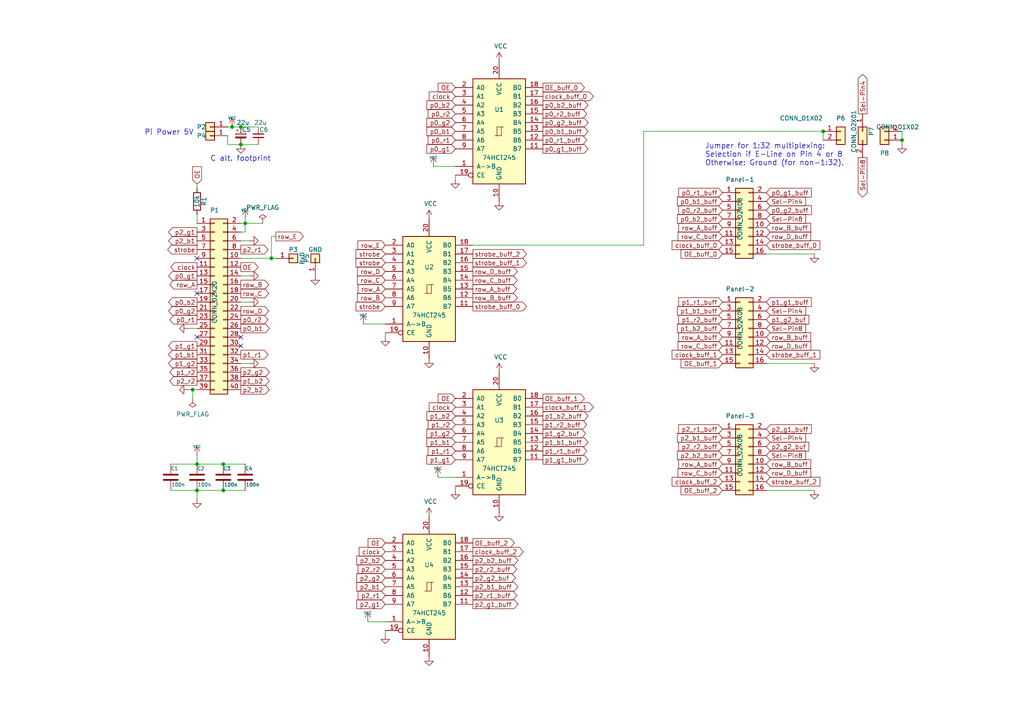
<source format=kicad_sch>
(kicad_sch (version 20230121) (generator eeschema)
  (paper "A4")
  (lib_symbols
    (symbol "74xx:74HC245" (pin_names (offset 1.016))
      (property "Reference" "U" (at -7.62 16.51 0))
      (property "Value" "74HC245" (at -7.62 -16.51 0))
      (symbol "74HC245_1_0"
        (polyline (pts (xy -0.635 -1.27) (xy -0.635 1.27) (xy 0.635 1.27)))
        (polyline (pts (xy -1.27 -1.27) (xy 0.635 -1.27) (xy 0.635 1.27) (xy 1.27 1.27)))
        (pin input line (at -12.7 -10.16 0) (length 5.08) (name "A->B") (number "1"))
        (pin power_in line (at 0 -20.32 90) (length 5.08) (name "GND") (number "10"))
        (pin tri_state line (at 12.7 -5.08 180) (length 5.08) (name "B7") (number "11"))
        (pin tri_state line (at 12.7 -2.54 180) (length 5.08) (name "B6") (number "12"))
        (pin tri_state line (at 12.7 0 180) (length 5.08) (name "B5") (number "13"))
        (pin tri_state line (at 12.7 2.54 180) (length 5.08) (name "B4") (number "14"))
        (pin tri_state line (at 12.7 5.08 180) (length 5.08) (name "B3") (number "15"))
        (pin tri_state line (at 12.7 7.62 180) (length 5.08) (name "B2") (number "16"))
        (pin tri_state line (at 12.7 10.16 180) (length 5.08) (name "B1") (number "17"))
        (pin tri_state line (at 12.7 12.7 180) (length 5.08) (name "B0") (number "18"))
        (pin input inverted (at -12.7 -12.7 0) (length 5.08) (name "CE") (number "19"))
        (pin tri_state line (at -12.7 12.7 0) (length 5.08) (name "A0") (number "2"))
        (pin power_in line (at 0 20.32 270) (length 5.08) (name "VCC") (number "20"))
        (pin tri_state line (at -12.7 10.16 0) (length 5.08) (name "A1") (number "3"))
        (pin tri_state line (at -12.7 7.62 0) (length 5.08) (name "A2") (number "4"))
        (pin tri_state line (at -12.7 5.08 0) (length 5.08) (name "A3") (number "5"))
        (pin tri_state line (at -12.7 2.54 0) (length 5.08) (name "A4") (number "6"))
        (pin tri_state line (at -12.7 0 0) (length 5.08) (name "A5") (number "7"))
        (pin tri_state line (at -12.7 -2.54 0) (length 5.08) (name "A6") (number "8"))
        (pin tri_state line (at -12.7 -5.08 0) (length 5.08) (name "A7") (number "9"))
      )
      (symbol "74HC245_1_1"
        (rectangle (start -7.62 15.24) (end 7.62 -15.24) (stroke (width 0.254)) (fill (type background)))
      )
    )
    (symbol "Connector_Generic:Conn_01x01" (pin_names (offset 1.016) hide)
      (property "Reference" "J" (at 0 2.54 0))
      (property "Value" "Conn_01x01" (at 0 -2.54 0))
      (symbol "Conn_01x01_1_1"
        (rectangle (start -1.27 0.127) (end 0 -0.127) (stroke (width 0.1524)))
        (rectangle (start -1.27 1.27) (end 1.27 -1.27) (stroke (width 0.254)) (fill (type background)))
        (pin passive line (at -5.08 0 0) (length 3.81) (name "Pin_1") (number "1"))
      )
    )
    (symbol "Connector_Generic:Conn_01x02" (pin_names (offset 1.016) hide)
      (property "Reference" "J" (at 0 2.54 0))
      (property "Value" "Conn_01x02" (at 0 -5.08 0))
      (symbol "Conn_01x02_1_1"
        (rectangle (start -1.27 -2.413) (end 0 -2.667) (stroke (width 0.1524)))
        (rectangle (start -1.27 0.127) (end 0 -0.127) (stroke (width 0.1524)))
        (rectangle (start -1.27 1.27) (end 1.27 -3.81) (stroke (width 0.254)) (fill (type background)))
        (pin passive line (at -5.08 0 0) (length 3.81) (name "Pin_1") (number "1"))
        (pin passive line (at -5.08 -2.54 0) (length 3.81) (name "Pin_2") (number "2"))
      )
    )
    (symbol "Connector_Generic:Conn_02x01" (pin_names (offset 1.016) hide)
      (property "Reference" "J" (at 1.27 2.54 0))
      (property "Value" "Conn_02x01" (at 1.27 -2.54 0))
      (symbol "Conn_02x01_1_1"
        (rectangle (start -1.27 0.127) (end 0 -0.127) (stroke (width 0.1524)))
        (rectangle (start -1.27 1.27) (end 3.81 -1.27) (stroke (width 0.254)) (fill (type background)))
        (rectangle (start 3.81 0.127) (end 2.54 -0.127) (stroke (width 0.1524)))
        (pin passive line (at -5.08 0 0) (length 3.81) (name "Pin_1") (number "1"))
        (pin passive line (at 7.62 0 180) (length 3.81) (name "Pin_2") (number "2"))
      )
    )
    (symbol "Connector_Generic:Conn_02x08_Odd_Even" (pin_names (offset 1.016) hide)
      (property "Reference" "J" (at 1.27 10.16 0))
      (property "Value" "Conn_02x08_Odd_Even" (at 1.27 -12.7 0))
      (symbol "Conn_02x08_Odd_Even_1_1"
        (rectangle (start -1.27 -10.033) (end 0 -10.287) (stroke (width 0.1524)))
        (rectangle (start -1.27 -7.493) (end 0 -7.747) (stroke (width 0.1524)))
        (rectangle (start -1.27 -4.953) (end 0 -5.207) (stroke (width 0.1524)))
        (rectangle (start -1.27 -2.413) (end 0 -2.667) (stroke (width 0.1524)))
        (rectangle (start -1.27 0.127) (end 0 -0.127) (stroke (width 0.1524)))
        (rectangle (start -1.27 2.667) (end 0 2.413) (stroke (width 0.1524)))
        (rectangle (start -1.27 5.207) (end 0 4.953) (stroke (width 0.1524)))
        (rectangle (start -1.27 7.747) (end 0 7.493) (stroke (width 0.1524)))
        (rectangle (start -1.27 8.89) (end 3.81 -11.43) (stroke (width 0.254)) (fill (type background)))
        (rectangle (start 3.81 -10.033) (end 2.54 -10.287) (stroke (width 0.1524)))
        (rectangle (start 3.81 -7.493) (end 2.54 -7.747) (stroke (width 0.1524)))
        (rectangle (start 3.81 -4.953) (end 2.54 -5.207) (stroke (width 0.1524)))
        (rectangle (start 3.81 -2.413) (end 2.54 -2.667) (stroke (width 0.1524)))
        (rectangle (start 3.81 0.127) (end 2.54 -0.127) (stroke (width 0.1524)))
        (rectangle (start 3.81 2.667) (end 2.54 2.413) (stroke (width 0.1524)))
        (rectangle (start 3.81 5.207) (end 2.54 4.953) (stroke (width 0.1524)))
        (rectangle (start 3.81 7.747) (end 2.54 7.493) (stroke (width 0.1524)))
        (pin passive line (at -5.08 7.62 0) (length 3.81) (name "Pin_1") (number "1"))
        (pin passive line (at 7.62 -2.54 180) (length 3.81) (name "Pin_10") (number "10"))
        (pin passive line (at -5.08 -5.08 0) (length 3.81) (name "Pin_11") (number "11"))
        (pin passive line (at 7.62 -5.08 180) (length 3.81) (name "Pin_12") (number "12"))
        (pin passive line (at -5.08 -7.62 0) (length 3.81) (name "Pin_13") (number "13"))
        (pin passive line (at 7.62 -7.62 180) (length 3.81) (name "Pin_14") (number "14"))
        (pin passive line (at -5.08 -10.16 0) (length 3.81) (name "Pin_15") (number "15"))
        (pin passive line (at 7.62 -10.16 180) (length 3.81) (name "Pin_16") (number "16"))
        (pin passive line (at 7.62 7.62 180) (length 3.81) (name "Pin_2") (number "2"))
        (pin passive line (at -5.08 5.08 0) (length 3.81) (name "Pin_3") (number "3"))
        (pin passive line (at 7.62 5.08 180) (length 3.81) (name "Pin_4") (number "4"))
        (pin passive line (at -5.08 2.54 0) (length 3.81) (name "Pin_5") (number "5"))
        (pin passive line (at 7.62 2.54 180) (length 3.81) (name "Pin_6") (number "6"))
        (pin passive line (at -5.08 0 0) (length 3.81) (name "Pin_7") (number "7"))
        (pin passive line (at 7.62 0 180) (length 3.81) (name "Pin_8") (number "8"))
        (pin passive line (at -5.08 -2.54 0) (length 3.81) (name "Pin_9") (number "9"))
      )
    )
    (symbol "Connector_Generic:Conn_02x20_Odd_Even" (pin_names (offset 1.016) hide)
      (property "Reference" "J" (at 1.27 25.4 0))
      (property "Value" "Conn_02x20_Odd_Even" (at 1.27 -27.94 0))
      (symbol "Conn_02x20_Odd_Even_1_1"
        (rectangle (start -1.27 -25.273) (end 0 -25.527) (stroke (width 0.1524)))
        (rectangle (start -1.27 -22.733) (end 0 -22.987) (stroke (width 0.1524)))
        (rectangle (start -1.27 -20.193) (end 0 -20.447) (stroke (width 0.1524)))
        (rectangle (start -1.27 -17.653) (end 0 -17.907) (stroke (width 0.1524)))
        (rectangle (start -1.27 -15.113) (end 0 -15.367) (stroke (width 0.1524)))
        (rectangle (start -1.27 -12.573) (end 0 -12.827) (stroke (width 0.1524)))
        (rectangle (start -1.27 -10.033) (end 0 -10.287) (stroke (width 0.1524)))
        (rectangle (start -1.27 -7.493) (end 0 -7.747) (stroke (width 0.1524)))
        (rectangle (start -1.27 -4.953) (end 0 -5.207) (stroke (width 0.1524)))
        (rectangle (start -1.27 -2.413) (end 0 -2.667) (stroke (width 0.1524)))
        (rectangle (start -1.27 0.127) (end 0 -0.127) (stroke (width 0.1524)))
        (rectangle (start -1.27 2.667) (end 0 2.413) (stroke (width 0.1524)))
        (rectangle (start -1.27 5.207) (end 0 4.953) (stroke (width 0.1524)))
        (rectangle (start -1.27 7.747) (end 0 7.493) (stroke (width 0.1524)))
        (rectangle (start -1.27 10.287) (end 0 10.033) (stroke (width 0.1524)))
        (rectangle (start -1.27 12.827) (end 0 12.573) (stroke (width 0.1524)))
        (rectangle (start -1.27 15.367) (end 0 15.113) (stroke (width 0.1524)))
        (rectangle (start -1.27 17.907) (end 0 17.653) (stroke (width 0.1524)))
        (rectangle (start -1.27 20.447) (end 0 20.193) (stroke (width 0.1524)))
        (rectangle (start -1.27 22.987) (end 0 22.733) (stroke (width 0.1524)))
        (rectangle (start -1.27 24.13) (end 3.81 -26.67) (stroke (width 0.254)) (fill (type background)))
        (rectangle (start 3.81 -25.273) (end 2.54 -25.527) (stroke (width 0.1524)))
        (rectangle (start 3.81 -22.733) (end 2.54 -22.987) (stroke (width 0.1524)))
        (rectangle (start 3.81 -20.193) (end 2.54 -20.447) (stroke (width 0.1524)))
        (rectangle (start 3.81 -17.653) (end 2.54 -17.907) (stroke (width 0.1524)))
        (rectangle (start 3.81 -15.113) (end 2.54 -15.367) (stroke (width 0.1524)))
        (rectangle (start 3.81 -12.573) (end 2.54 -12.827) (stroke (width 0.1524)))
        (rectangle (start 3.81 -10.033) (end 2.54 -10.287) (stroke (width 0.1524)))
        (rectangle (start 3.81 -7.493) (end 2.54 -7.747) (stroke (width 0.1524)))
        (rectangle (start 3.81 -4.953) (end 2.54 -5.207) (stroke (width 0.1524)))
        (rectangle (start 3.81 -2.413) (end 2.54 -2.667) (stroke (width 0.1524)))
        (rectangle (start 3.81 0.127) (end 2.54 -0.127) (stroke (width 0.1524)))
        (rectangle (start 3.81 2.667) (end 2.54 2.413) (stroke (width 0.1524)))
        (rectangle (start 3.81 5.207) (end 2.54 4.953) (stroke (width 0.1524)))
        (rectangle (start 3.81 7.747) (end 2.54 7.493) (stroke (width 0.1524)))
        (rectangle (start 3.81 10.287) (end 2.54 10.033) (stroke (width 0.1524)))
        (rectangle (start 3.81 12.827) (end 2.54 12.573) (stroke (width 0.1524)))
        (rectangle (start 3.81 15.367) (end 2.54 15.113) (stroke (width 0.1524)))
        (rectangle (start 3.81 17.907) (end 2.54 17.653) (stroke (width 0.1524)))
        (rectangle (start 3.81 20.447) (end 2.54 20.193) (stroke (width 0.1524)))
        (rectangle (start 3.81 22.987) (end 2.54 22.733) (stroke (width 0.1524)))
        (pin passive line (at -5.08 22.86 0) (length 3.81) (name "Pin_1") (number "1"))
        (pin passive line (at 7.62 12.7 180) (length 3.81) (name "Pin_10") (number "10"))
        (pin passive line (at -5.08 10.16 0) (length 3.81) (name "Pin_11") (number "11"))
        (pin passive line (at 7.62 10.16 180) (length 3.81) (name "Pin_12") (number "12"))
        (pin passive line (at -5.08 7.62 0) (length 3.81) (name "Pin_13") (number "13"))
        (pin passive line (at 7.62 7.62 180) (length 3.81) (name "Pin_14") (number "14"))
        (pin passive line (at -5.08 5.08 0) (length 3.81) (name "Pin_15") (number "15"))
        (pin passive line (at 7.62 5.08 180) (length 3.81) (name "Pin_16") (number "16"))
        (pin passive line (at -5.08 2.54 0) (length 3.81) (name "Pin_17") (number "17"))
        (pin passive line (at 7.62 2.54 180) (length 3.81) (name "Pin_18") (number "18"))
        (pin passive line (at -5.08 0 0) (length 3.81) (name "Pin_19") (number "19"))
        (pin passive line (at 7.62 22.86 180) (length 3.81) (name "Pin_2") (number "2"))
        (pin passive line (at 7.62 0 180) (length 3.81) (name "Pin_20") (number "20"))
        (pin passive line (at -5.08 -2.54 0) (length 3.81) (name "Pin_21") (number "21"))
        (pin passive line (at 7.62 -2.54 180) (length 3.81) (name "Pin_22") (number "22"))
        (pin passive line (at -5.08 -5.08 0) (length 3.81) (name "Pin_23") (number "23"))
        (pin passive line (at 7.62 -5.08 180) (length 3.81) (name "Pin_24") (number "24"))
        (pin passive line (at -5.08 -7.62 0) (length 3.81) (name "Pin_25") (number "25"))
        (pin passive line (at 7.62 -7.62 180) (length 3.81) (name "Pin_26") (number "26"))
        (pin passive line (at -5.08 -10.16 0) (length 3.81) (name "Pin_27") (number "27"))
        (pin passive line (at 7.62 -10.16 180) (length 3.81) (name "Pin_28") (number "28"))
        (pin passive line (at -5.08 -12.7 0) (length 3.81) (name "Pin_29") (number "29"))
        (pin passive line (at -5.08 20.32 0) (length 3.81) (name "Pin_3") (number "3"))
        (pin passive line (at 7.62 -12.7 180) (length 3.81) (name "Pin_30") (number "30"))
        (pin passive line (at -5.08 -15.24 0) (length 3.81) (name "Pin_31") (number "31"))
        (pin passive line (at 7.62 -15.24 180) (length 3.81) (name "Pin_32") (number "32"))
        (pin passive line (at -5.08 -17.78 0) (length 3.81) (name "Pin_33") (number "33"))
        (pin passive line (at 7.62 -17.78 180) (length 3.81) (name "Pin_34") (number "34"))
        (pin passive line (at -5.08 -20.32 0) (length 3.81) (name "Pin_35") (number "35"))
        (pin passive line (at 7.62 -20.32 180) (length 3.81) (name "Pin_36") (number "36"))
        (pin passive line (at -5.08 -22.86 0) (length 3.81) (name "Pin_37") (number "37"))
        (pin passive line (at 7.62 -22.86 180) (length 3.81) (name "Pin_38") (number "38"))
        (pin passive line (at -5.08 -25.4 0) (length 3.81) (name "Pin_39") (number "39"))
        (pin passive line (at 7.62 20.32 180) (length 3.81) (name "Pin_4") (number "4"))
        (pin passive line (at 7.62 -25.4 180) (length 3.81) (name "Pin_40") (number "40"))
        (pin passive line (at -5.08 17.78 0) (length 3.81) (name "Pin_5") (number "5"))
        (pin passive line (at 7.62 17.78 180) (length 3.81) (name "Pin_6") (number "6"))
        (pin passive line (at -5.08 15.24 0) (length 3.81) (name "Pin_7") (number "7"))
        (pin passive line (at 7.62 15.24 180) (length 3.81) (name "Pin_8") (number "8"))
        (pin passive line (at -5.08 12.7 0) (length 3.81) (name "Pin_9") (number "9"))
      )
    )
    (symbol "Device:C" (pin_numbers hide) (pin_names (offset 0.254))
      (property "Reference" "C" (at 0.635 2.54 0))
      (property "Value" "C" (at 0.635 -2.54 0))
      (symbol "C_0_1"
        (polyline (pts (xy -2.032 -0.762) (xy 2.032 -0.762)) (stroke (width 0.508)))
        (polyline (pts (xy -2.032 0.762) (xy 2.032 0.762)) (stroke (width 0.508)))
      )
      (symbol "C_1_1"
        (pin passive line (at 0 3.81 270) (length 2.794) (name "~") (number "1"))
        (pin passive line (at 0 -3.81 90) (length 2.794) (name "~") (number "2"))
      )
    )
    (symbol "Device:C_Small" (pin_numbers hide) (pin_names (offset 0.254) hide)
      (property "Reference" "C" (at 0.254 1.778 0))
      (property "Value" "C_Small" (at 0.254 -2.032 0))
      (symbol "C_Small_0_1"
        (polyline (pts (xy -1.524 -0.508) (xy 1.524 -0.508)) (stroke (width 0.3302)))
        (polyline (pts (xy -1.524 0.508) (xy 1.524 0.508)) (stroke (width 0.3048)))
      )
      (symbol "C_Small_1_1"
        (pin passive line (at 0 2.54 270) (length 2.032) (name "~") (number "1"))
        (pin passive line (at 0 -2.54 90) (length 2.032) (name "~") (number "2"))
      )
    )
    (symbol "Device:R" (pin_numbers hide) (pin_names (offset 0))
      (property "Reference" "R" (at 2.032 0 90))
      (property "Value" "R" (at 0 0 90))
      (symbol "R_0_1"
        (rectangle (start -1.016 -2.54) (end 1.016 2.54) (stroke (width 0.254)))
      )
      (symbol "R_1_1"
        (pin passive line (at 0 3.81 270) (length 1.27) (name "~") (number "1"))
        (pin passive line (at 0 -3.81 90) (length 1.27) (name "~") (number "2"))
      )
    )
    (symbol "active3-rpi-hub75-adapter-rescue:CP_Small-Device" (pin_numbers hide) (pin_names (offset 0.254) hide)
      (property "Reference" "C" (at 0.254 1.778 0))
      (property "Value" "Device_CP_Small" (at 0.254 -2.032 0))
      (symbol "CP_Small-Device_0_1"
        (rectangle (start -1.524 -0.3048) (end 1.524 -0.6858) (fill (type outline)))
        (rectangle (start -1.524 0.6858) (end 1.524 0.3048))
        (polyline (pts (xy -1.27 1.524) (xy -0.762 1.524)))
        (polyline (pts (xy -1.016 1.27) (xy -1.016 1.778)))
      )
      (symbol "CP_Small-Device_1_1"
        (pin passive line (at 0 2.54 270) (length 1.8542) (name "~") (number "1"))
        (pin passive line (at 0 -2.54 90) (length 1.8542) (name "~") (number "2"))
      )
    )
    (symbol "power:GND" (power) (pin_names (offset 0))
      (property "Value" "GND" (at 0 -3.81 0))
      (symbol "GND_0_1"
        (polyline (pts (xy 0 0) (xy 0 -1.27) (xy 1.27 -1.27) (xy 0 -2.54) (xy -1.27 -1.27) (xy 0 -1.27)))
      )
      (symbol "GND_1_1"
        (pin power_in line (at 0 0 270) (length 0) hide (name "GND") (number "1"))
      )
    )
    (symbol "power:PWR_FLAG" (power) (pin_numbers hide) (pin_names (offset 0) hide)
      (property "Value" "PWR_FLAG" (at 0 3.81 0))
      (symbol "PWR_FLAG_0_0"
        (pin power_out line (at 0 0 90) (length 0) (name "pwr") (number "1"))
      )
      (symbol "PWR_FLAG_0_1"
        (polyline (pts (xy 0 0) (xy 0 1.27) (xy -1.016 1.905) (xy 0 2.54) (xy 1.016 1.905) (xy 0 1.27)))
      )
    )
    (symbol "power:VCC" (power) (pin_names (offset 0))
      (property "Value" "VCC" (at 0 3.81 0))
      (symbol "VCC_0_1"
        (polyline (pts (xy -0.762 1.27) (xy 0 2.54)))
        (polyline (pts (xy 0 0) (xy 0 2.54)))
        (polyline (pts (xy 0 2.54) (xy 0.762 1.27)))
      )
      (symbol "VCC_1_1"
        (pin power_in line (at 0 0 90) (length 0) hide (name "VCC") (number "1"))
      )
    )
  )
  (junction (at 69.85 41.91))
  (junction (at 57.15 142.24))
  (junction (at 238.76 38.1))
  (junction (at 78.74 74.93))
  (junction (at 67.31 36.83))
  (junction (at 64.77 134.62))
  (junction (at 261.62 40.64))
  (junction (at 69.85 36.83))
  (junction (at 64.77 142.24))
  (junction (at 57.15 134.62))
  (junction (at 71.12 64.77))
  (junction (at 55.88 113.03))
  (no_connect (at 69.85 100.33))
  (no_connect (at 57.15 85.09))
  (no_connect (at 69.85 97.79))
  (no_connect (at 57.15 74.93))
  (no_connect (at 57.15 97.79))
  (wire (pts (xy 49.53 134.62) (xy 57.15 134.62)))
  (wire (pts (xy 132.08 50.8) (xy 132.08 52.07)))
  (wire (pts (xy 57.15 132.08) (xy 57.15 134.62)))
  (wire (pts (xy 238.76 38.1) (xy 238.76 40.64)))
  (wire (pts (xy 71.12 67.31) (xy 69.85 67.31)))
  (wire (pts (xy 261.62 38.1) (xy 261.62 40.64)))
  (wire (pts (xy 66.04 41.91) (xy 69.85 41.91)))
  (wire (pts (xy 57.15 62.23) (xy 57.15 64.77)))
  (wire (pts (xy 137.16 71.12) (xy 186.69 71.12)))
  (wire (pts (xy 186.69 38.1) (xy 238.76 38.1)))
  (wire (pts (xy 71.12 64.77) (xy 76.2 64.77)))
  (wire (pts (xy 54.61 113.03) (xy 55.88 113.03)))
  (wire (pts (xy 127 138.43) (xy 132.08 138.43)))
  (wire (pts (xy 66.04 36.83) (xy 67.31 36.83)))
  (wire (pts (xy 236.22 142.24) (xy 222.25 142.24)))
  (wire (pts (xy 57.15 134.62) (xy 64.77 134.62)))
  (wire (pts (xy 132.08 140.97) (xy 132.08 142.24)))
  (wire (pts (xy 69.85 105.41) (xy 72.39 105.41)))
  (wire (pts (xy 111.76 182.88) (xy 111.76 184.15)))
  (wire (pts (xy 55.88 113.03) (xy 57.15 113.03)))
  (wire (pts (xy 111.76 96.52) (xy 111.76 97.79)))
  (wire (pts (xy 105.41 93.98) (xy 111.76 93.98)))
  (wire (pts (xy 55.88 113.03) (xy 55.88 115.57)))
  (wire (pts (xy 69.85 41.91) (xy 74.93 41.91)))
  (wire (pts (xy 69.85 64.77) (xy 71.12 64.77)))
  (wire (pts (xy 66.04 39.37) (xy 66.04 41.91)))
  (wire (pts (xy 132.08 48.26) (xy 125.73 48.26)))
  (wire (pts (xy 57.15 54.61) (xy 57.15 53.34)))
  (wire (pts (xy 64.77 134.62) (xy 71.12 134.62)))
  (wire (pts (xy 186.69 38.1) (xy 186.69 71.12)))
  (wire (pts (xy 69.85 74.93) (xy 78.74 74.93)))
  (wire (pts (xy 78.74 74.93) (xy 80.01 74.93)))
  (wire (pts (xy 71.12 64.77) (xy 71.12 67.31)))
  (wire (pts (xy 69.85 87.63) (xy 72.39 87.63)))
  (wire (pts (xy 80.01 68.58) (xy 78.74 68.58)))
  (wire (pts (xy 69.85 80.01) (xy 72.39 80.01)))
  (wire (pts (xy 64.77 142.24) (xy 71.12 142.24)))
  (wire (pts (xy 57.15 142.24) (xy 57.15 144.78)))
  (wire (pts (xy 69.85 69.85) (xy 72.39 69.85)))
  (wire (pts (xy 71.12 63.5) (xy 71.12 64.77)))
  (wire (pts (xy 49.53 142.24) (xy 57.15 142.24)))
  (wire (pts (xy 78.74 68.58) (xy 78.74 74.93)))
  (wire (pts (xy 69.85 36.83) (xy 74.93 36.83)))
  (wire (pts (xy 261.62 40.64) (xy 261.62 41.91)))
  (wire (pts (xy 57.15 142.24) (xy 64.77 142.24)))
  (wire (pts (xy 67.31 36.83) (xy 69.85 36.83)))
  (wire (pts (xy 54.61 95.25) (xy 57.15 95.25)))
  (wire (pts (xy 236.22 105.41) (xy 222.25 105.41)))
  (wire (pts (xy 106.68 180.34) (xy 111.76 180.34)))
  (wire (pts (xy 236.22 73.66) (xy 222.25 73.66)))
  (text "C alt. footprint" (at 60.96 46.99 0) (effects (font (size 1.524 1.524)) (justify left bottom)))
  (text "Pi Power 5V" (at 41.91 39.37 0) (effects (font (size 1.524 1.524)) (justify left bottom)))
  (text "Jumper for 1:32 multiplexing:\nSelection if E-Line on Pin 4 or 8\nOtherwise: Ground (for non-1:32)." (at 204.47 48.26 0) (effects (font (size 1.524 1.524)) (justify left bottom)))
  (global_label "clock_buff_0" (shape input) (at 209.55 71.12 180) (effects (font (size 1.2954 1.2954))) (property "Intersheetrefs" "${INTERSHEET_REFS}" (effects hide)))
  (global_label "row_C" (shape output) (at 69.85 85.09 0) (effects (font (size 1.2954 1.2954))) (property "Intersheetrefs" "${INTERSHEET_REFS}" (effects hide)))
  (global_label "strobe_buff_0" (shape input) (at 222.25 71.12 0) (effects (font (size 1.2954 1.2954))) (property "Intersheetrefs" "${INTERSHEET_REFS}" (effects hide)))
  (global_label "p0_b2" (shape input) (at 132.08 30.48 180) (effects (font (size 1.2954 1.2954))) (property "Intersheetrefs" "${INTERSHEET_REFS}" (effects hide)))
  (global_label "strobe" (shape input) (at 111.76 73.66 180) (effects (font (size 1.2954 1.2954))) (property "Intersheetrefs" "${INTERSHEET_REFS}" (effects hide)))
  (global_label "p0_g2_buff" (shape output) (at 157.48 35.56 0) (effects (font (size 1.2954 1.2954))) (property "Intersheetrefs" "${INTERSHEET_REFS}" (effects hide)))
  (global_label "clock" (shape input) (at 111.76 160.02 180) (effects (font (size 1.2954 1.2954))) (property "Intersheetrefs" "${INTERSHEET_REFS}" (effects hide)))
  (global_label "p0_r2" (shape output) (at 69.85 92.71 0) (effects (font (size 1.2954 1.2954))) (property "Intersheetrefs" "${INTERSHEET_REFS}" (effects hide)))
  (global_label "p0_b2_buff" (shape input) (at 209.55 63.5 180) (effects (font (size 1.2954 1.2954))) (property "Intersheetrefs" "${INTERSHEET_REFS}" (effects hide)))
  (global_label "p0_g1" (shape output) (at 57.15 80.01 180) (effects (font (size 1.2954 1.2954))) (property "Intersheetrefs" "${INTERSHEET_REFS}" (effects hide)))
  (global_label "p0_b1" (shape input) (at 132.08 38.1 180) (effects (font (size 1.2954 1.2954))) (property "Intersheetrefs" "${INTERSHEET_REFS}" (effects hide)))
  (global_label "p2_r2_buff" (shape output) (at 137.16 165.1 0) (effects (font (size 1.2954 1.2954))) (property "Intersheetrefs" "${INTERSHEET_REFS}" (effects hide)))
  (global_label "p1_b2_buff" (shape input) (at 209.55 95.25 180) (effects (font (size 1.2954 1.2954))) (property "Intersheetrefs" "${INTERSHEET_REFS}" (effects hide)))
  (global_label "p1_r2" (shape output) (at 57.15 107.95 180) (effects (font (size 1.2954 1.2954))) (property "Intersheetrefs" "${INTERSHEET_REFS}" (effects hide)))
  (global_label "p0_g2" (shape output) (at 57.15 90.17 180) (effects (font (size 1.2954 1.2954))) (property "Intersheetrefs" "${INTERSHEET_REFS}" (effects hide)))
  (global_label "row_A_buff" (shape input) (at 209.55 66.04 180) (effects (font (size 1.2954 1.2954))) (property "Intersheetrefs" "${INTERSHEET_REFS}" (effects hide)))
  (global_label "p1_b1_buff" (shape input) (at 209.55 90.17 180) (effects (font (size 1.2954 1.2954))) (property "Intersheetrefs" "${INTERSHEET_REFS}" (effects hide)))
  (global_label "p1_b2_buff" (shape output) (at 157.48 120.65 0) (effects (font (size 1.2954 1.2954))) (property "Intersheetrefs" "${INTERSHEET_REFS}" (effects hide)))
  (global_label "row_B_buff" (shape output) (at 137.16 86.36 0) (effects (font (size 1.2954 1.2954))) (property "Intersheetrefs" "${INTERSHEET_REFS}" (effects hide)))
  (global_label "p1_g1_buff" (shape input) (at 222.25 87.63 0) (effects (font (size 1.2954 1.2954))) (property "Intersheetrefs" "${INTERSHEET_REFS}" (effects hide)))
  (global_label "row_A" (shape input) (at 111.76 83.82 180) (effects (font (size 1.2954 1.2954))) (property "Intersheetrefs" "${INTERSHEET_REFS}" (effects hide)))
  (global_label "p2_g2_buf" (shape input) (at 222.25 129.54 0) (effects (font (size 1.2954 1.2954))) (property "Intersheetrefs" "${INTERSHEET_REFS}" (effects hide)))
  (global_label "p0_g2" (shape input) (at 132.08 35.56 180) (effects (font (size 1.2954 1.2954))) (property "Intersheetrefs" "${INTERSHEET_REFS}" (effects hide)))
  (global_label "OE" (shape input) (at 111.76 157.48 180) (effects (font (size 1.2954 1.2954))) (property "Intersheetrefs" "${INTERSHEET_REFS}" (effects hide)))
  (global_label "row_A_buff" (shape input) (at 209.55 134.62 180) (effects (font (size 1.2954 1.2954))) (property "Intersheetrefs" "${INTERSHEET_REFS}" (effects hide)))
  (global_label "p2_b2_buff" (shape output) (at 137.16 162.56 0) (effects (font (size 1.2954 1.2954))) (property "Intersheetrefs" "${INTERSHEET_REFS}" (effects hide)))
  (global_label "OE" (shape output) (at 69.85 77.47 0) (effects (font (size 1.2954 1.2954))) (property "Intersheetrefs" "${INTERSHEET_REFS}" (effects hide)))
  (global_label "p1_r1" (shape input) (at 132.08 130.81 180) (effects (font (size 1.2954 1.2954))) (property "Intersheetrefs" "${INTERSHEET_REFS}" (effects hide)))
  (global_label "p2_g1" (shape output) (at 57.15 67.31 180) (effects (font (size 1.2954 1.2954))) (property "Intersheetrefs" "${INTERSHEET_REFS}" (effects hide)))
  (global_label "Sel-Pin4" (shape input) (at 222.25 90.17 0) (effects (font (size 1.2954 1.2954))) (property "Intersheetrefs" "${INTERSHEET_REFS}" (effects hide)))
  (global_label "row_B" (shape output) (at 69.85 82.55 0) (effects (font (size 1.2954 1.2954))) (property "Intersheetrefs" "${INTERSHEET_REFS}" (effects hide)))
  (global_label "OE_buff_1" (shape input) (at 209.55 105.41 180) (effects (font (size 1.2954 1.2954))) (property "Intersheetrefs" "${INTERSHEET_REFS}" (effects hide)))
  (global_label "p2_g1_buff" (shape output) (at 137.16 175.26 0) (effects (font (size 1.2954 1.2954))) (property "Intersheetrefs" "${INTERSHEET_REFS}" (effects hide)))
  (global_label "p2_r2" (shape output) (at 57.15 110.49 180) (effects (font (size 1.2954 1.2954))) (property "Intersheetrefs" "${INTERSHEET_REFS}" (effects hide)))
  (global_label "p1_b2" (shape output) (at 69.85 110.49 0) (effects (font (size 1.2954 1.2954))) (property "Intersheetrefs" "${INTERSHEET_REFS}" (effects hide)))
  (global_label "p0_r2_buff" (shape input) (at 209.55 60.96 180) (effects (font (size 1.2954 1.2954))) (property "Intersheetrefs" "${INTERSHEET_REFS}" (effects hide)))
  (global_label "p2_g2" (shape output) (at 69.85 107.95 0) (effects (font (size 1.2954 1.2954))) (property "Intersheetrefs" "${INTERSHEET_REFS}" (effects hide)))
  (global_label "p0_b1_buff" (shape input) (at 209.55 58.42 180) (effects (font (size 1.2954 1.2954))) (property "Intersheetrefs" "${INTERSHEET_REFS}" (effects hide)))
  (global_label "p0_b2" (shape output) (at 57.15 87.63 180) (effects (font (size 1.2954 1.2954))) (property "Intersheetrefs" "${INTERSHEET_REFS}" (effects hide)))
  (global_label "OE_buff_0" (shape input) (at 209.55 73.66 180) (effects (font (size 1.2954 1.2954))) (property "Intersheetrefs" "${INTERSHEET_REFS}" (effects hide)))
  (global_label "clock" (shape output) (at 57.15 77.47 180) (effects (font (size 1.2954 1.2954))) (property "Intersheetrefs" "${INTERSHEET_REFS}" (effects hide)))
  (global_label "clock_buff_1" (shape input) (at 209.55 102.87 180) (effects (font (size 1.2954 1.2954))) (property "Intersheetrefs" "${INTERSHEET_REFS}" (effects hide)))
  (global_label "p2_b1" (shape output) (at 57.15 69.85 180) (effects (font (size 1.2954 1.2954))) (property "Intersheetrefs" "${INTERSHEET_REFS}" (effects hide)))
  (global_label "strobe" (shape output) (at 57.15 72.39 180) (effects (font (size 1.2954 1.2954))) (property "Intersheetrefs" "${INTERSHEET_REFS}" (effects hide)))
  (global_label "Sel-Pin8" (shape input) (at 222.25 95.25 0) (effects (font (size 1.2954 1.2954))) (property "Intersheetrefs" "${INTERSHEET_REFS}" (effects hide)))
  (global_label "row_D" (shape input) (at 111.76 78.74 180) (effects (font (size 1.2954 1.2954))) (property "Intersheetrefs" "${INTERSHEET_REFS}" (effects hide)))
  (global_label "p0_r1" (shape output) (at 57.15 92.71 180) (effects (font (size 1.2954 1.2954))) (property "Intersheetrefs" "${INTERSHEET_REFS}" (effects hide)))
  (global_label "clock" (shape input) (at 132.08 118.11 180) (effects (font (size 1.2954 1.2954))) (property "Intersheetrefs" "${INTERSHEET_REFS}" (effects hide)))
  (global_label "p1_r1_buff" (shape output) (at 157.48 130.81 0) (effects (font (size 1.2954 1.2954))) (property "Intersheetrefs" "${INTERSHEET_REFS}" (effects hide)))
  (global_label "p2_b1_buff" (shape output) (at 137.16 170.18 0) (effects (font (size 1.2954 1.2954))) (property "Intersheetrefs" "${INTERSHEET_REFS}" (effects hide)))
  (global_label "clock_buff_2" (shape output) (at 137.16 160.02 0) (effects (font (size 1.2954 1.2954))) (property "Intersheetrefs" "${INTERSHEET_REFS}" (effects hide)))
  (global_label "p2_r1_buff" (shape output) (at 137.16 172.72 0) (effects (font (size 1.2954 1.2954))) (property "Intersheetrefs" "${INTERSHEET_REFS}" (effects hide)))
  (global_label "Sel-Pin4" (shape output) (at 250.19 33.02 90) (effects (font (size 1.2954 1.2954))) (property "Intersheetrefs" "${INTERSHEET_REFS}" (effects hide)))
  (global_label "p2_r2_buff" (shape input) (at 209.55 129.54 180) (effects (font (size 1.2954 1.2954))) (property "Intersheetrefs" "${INTERSHEET_REFS}" (effects hide)))
  (global_label "p0_b1_buff" (shape output) (at 157.48 38.1 0) (effects (font (size 1.2954 1.2954))) (property "Intersheetrefs" "${INTERSHEET_REFS}" (effects hide)))
  (global_label "Sel-Pin4" (shape input) (at 222.25 58.42 0) (effects (font (size 1.2954 1.2954))) (property "Intersheetrefs" "${INTERSHEET_REFS}" (effects hide)))
  (global_label "clock_buff_0" (shape output) (at 157.48 27.94 0) (effects (font (size 1.2954 1.2954))) (property "Intersheetrefs" "${INTERSHEET_REFS}" (effects hide)))
  (global_label "row_C" (shape input) (at 111.76 81.28 180) (effects (font (size 1.2954 1.2954))) (property "Intersheetrefs" "${INTERSHEET_REFS}" (effects hide)))
  (global_label "p1_b2" (shape input) (at 132.08 120.65 180) (effects (font (size 1.2954 1.2954))) (property "Intersheetrefs" "${INTERSHEET_REFS}" (effects hide)))
  (global_label "p2_g1" (shape input) (at 111.76 175.26 180) (effects (font (size 1.2954 1.2954))) (property "Intersheetrefs" "${INTERSHEET_REFS}" (effects hide)))
  (global_label "OE_buff_1" (shape output) (at 157.48 115.57 0) (effects (font (size 1.2954 1.2954))) (property "Intersheetrefs" "${INTERSHEET_REFS}" (effects hide)))
  (global_label "row_D_buff" (shape input) (at 222.25 137.16 0) (effects (font (size 1.2954 1.2954))) (property "Intersheetrefs" "${INTERSHEET_REFS}" (effects hide)))
  (global_label "row_B_buff" (shape input) (at 222.25 97.79 0) (effects (font (size 1.2954 1.2954))) (property "Intersheetrefs" "${INTERSHEET_REFS}" (effects hide)))
  (global_label "p2_r1_buff" (shape input) (at 209.55 124.46 180) (effects (font (size 1.2954 1.2954))) (property "Intersheetrefs" "${INTERSHEET_REFS}" (effects hide)))
  (global_label "p1_r2_buff" (shape output) (at 157.48 123.19 0) (effects (font (size 1.2954 1.2954))) (property "Intersheetrefs" "${INTERSHEET_REFS}" (effects hide)))
  (global_label "p0_b2_buff" (shape output) (at 157.48 30.48 0) (effects (font (size 1.2954 1.2954))) (property "Intersheetrefs" "${INTERSHEET_REFS}" (effects hide)))
  (global_label "p2_r1" (shape input) (at 111.76 172.72 180) (effects (font (size 1.2954 1.2954))) (property "Intersheetrefs" "${INTERSHEET_REFS}" (effects hide)))
  (global_label "row_C_buff" (shape input) (at 209.55 68.58 180) (effects (font (size 1.2954 1.2954))) (property "Intersheetrefs" "${INTERSHEET_REFS}" (effects hide)))
  (global_label "row_C_buff" (shape input) (at 209.55 100.33 180) (effects (font (size 1.2954 1.2954))) (property "Intersheetrefs" "${INTERSHEET_REFS}" (effects hide)))
  (global_label "p1_b1" (shape output) (at 57.15 102.87 180) (effects (font (size 1.2954 1.2954))) (property "Intersheetrefs" "${INTERSHEET_REFS}" (effects hide)))
  (global_label "p1_g1" (shape input) (at 132.08 133.35 180) (effects (font (size 1.2954 1.2954))) (property "Intersheetrefs" "${INTERSHEET_REFS}" (effects hide)))
  (global_label "row_D_buff" (shape output) (at 137.16 78.74 0) (effects (font (size 1.2954 1.2954))) (property "Intersheetrefs" "${INTERSHEET_REFS}" (effects hide)))
  (global_label "clock_buff_1" (shape output) (at 157.48 118.11 0) (effects (font (size 1.2954 1.2954))) (property "Intersheetrefs" "${INTERSHEET_REFS}" (effects hide)))
  (global_label "p2_r2" (shape input) (at 111.76 165.1 180) (effects (font (size 1.2954 1.2954))) (property "Intersheetrefs" "${INTERSHEET_REFS}" (effects hide)))
  (global_label "clock" (shape input) (at 132.08 27.94 180) (effects (font (size 1.2954 1.2954))) (property "Intersheetrefs" "${INTERSHEET_REFS}" (effects hide)))
  (global_label "p2_b1_buff" (shape input) (at 209.55 127 180) (effects (font (size 1.2954 1.2954))) (property "Intersheetrefs" "${INTERSHEET_REFS}" (effects hide)))
  (global_label "strobe_buff_1" (shape input) (at 222.25 102.87 0) (effects (font (size 1.2954 1.2954))) (property "Intersheetrefs" "${INTERSHEET_REFS}" (effects hide)))
  (global_label "row_E" (shape output) (at 80.01 68.58 0) (effects (font (size 1.2954 1.2954))) (property "Intersheetrefs" "${INTERSHEET_REFS}" (effects hide)))
  (global_label "p2_b1" (shape input) (at 111.76 170.18 180) (effects (font (size 1.2954 1.2954))) (property "Intersheetrefs" "${INTERSHEET_REFS}" (effects hide)))
  (global_label "p0_b1" (shape output) (at 69.85 95.25 0) (effects (font (size 1.2954 1.2954))) (property "Intersheetrefs" "${INTERSHEET_REFS}" (effects hide)))
  (global_label "OE" (shape input) (at 132.08 25.4 180) (effects (font (size 1.2954 1.2954))) (property "Intersheetrefs" "${INTERSHEET_REFS}" (effects hide)))
  (global_label "row_B" (shape input) (at 111.76 86.36 180) (effects (font (size 1.2954 1.2954))) (property "Intersheetrefs" "${INTERSHEET_REFS}" (effects hide)))
  (global_label "p1_r1" (shape output) (at 69.85 102.87 0) (effects (font (size 1.2954 1.2954))) (property "Intersheetrefs" "${INTERSHEET_REFS}" (effects hide)))
  (global_label "row_E" (shape input) (at 111.76 71.12 180) (effects (font (size 1.2954 1.2954))) (property "Intersheetrefs" "${INTERSHEET_REFS}" (effects hide)))
  (global_label "row_A_buff" (shape input) (at 209.55 97.79 180) (effects (font (size 1.2954 1.2954))) (property "Intersheetrefs" "${INTERSHEET_REFS}" (effects hide)))
  (global_label "p0_g1" (shape input) (at 132.08 43.18 180) (effects (font (size 1.2954 1.2954))) (property "Intersheetrefs" "${INTERSHEET_REFS}" (effects hide)))
  (global_label "row_D_buff" (shape input) (at 222.25 100.33 0) (effects (font (size 1.2954 1.2954))) (property "Intersheetrefs" "${INTERSHEET_REFS}" (effects hide)))
  (global_label "OE_buff_2" (shape input) (at 209.55 142.24 180) (effects (font (size 1.2954 1.2954))) (property "Intersheetrefs" "${INTERSHEET_REFS}" (effects hide)))
  (global_label "OE_buff_2" (shape output) (at 137.16 157.48 0) (effects (font (size 1.2954 1.2954))) (property "Intersheetrefs" "${INTERSHEET_REFS}" (effects hide)))
  (global_label "strobe" (shape input) (at 111.76 76.2 180) (effects (font (size 1.2954 1.2954))) (property "Intersheetrefs" "${INTERSHEET_REFS}" (effects hide)))
  (global_label "Sel-Pin8" (shape input) (at 222.25 132.08 0) (effects (font (size 1.2954 1.2954))) (property "Intersheetrefs" "${INTERSHEET_REFS}" (effects hide)))
  (global_label "strobe" (shape input) (at 111.76 88.9 180) (effects (font (size 1.2954 1.2954))) (property "Intersheetrefs" "${INTERSHEET_REFS}" (effects hide)))
  (global_label "row_D" (shape output) (at 69.85 90.17 0) (effects (font (size 1.2954 1.2954))) (property "Intersheetrefs" "${INTERSHEET_REFS}" (effects hide)))
  (global_label "p2_g2" (shape input) (at 111.76 167.64 180) (effects (font (size 1.2954 1.2954))) (property "Intersheetrefs" "${INTERSHEET_REFS}" (effects hide)))
  (global_label "OE_buff_0" (shape output) (at 157.48 25.4 0) (effects (font (size 1.2954 1.2954))) (property "Intersheetrefs" "${INTERSHEET_REFS}" (effects hide)))
  (global_label "p0_g1_buff" (shape output) (at 157.48 43.18 0) (effects (font (size 1.2954 1.2954))) (property "Intersheetrefs" "${INTERSHEET_REFS}" (effects hide)))
  (global_label "p2_g2_buf" (shape output) (at 137.16 167.64 0) (effects (font (size 1.2954 1.2954))) (property "Intersheetrefs" "${INTERSHEET_REFS}" (effects hide)))
  (global_label "row_C_buff" (shape input) (at 209.55 137.16 180) (effects (font (size 1.2954 1.2954))) (property "Intersheetrefs" "${INTERSHEET_REFS}" (effects hide)))
  (global_label "clock_buff_2" (shape input) (at 209.55 139.7 180) (effects (font (size 1.2954 1.2954))) (property "Intersheetrefs" "${INTERSHEET_REFS}" (effects hide)))
  (global_label "OE" (shape input) (at 132.08 115.57 180) (effects (font (size 1.2954 1.2954))) (property "Intersheetrefs" "${INTERSHEET_REFS}" (effects hide)))
  (global_label "p1_g2_buf" (shape input) (at 222.25 92.71 0) (effects (font (size 1.2954 1.2954))) (property "Intersheetrefs" "${INTERSHEET_REFS}" (effects hide)))
  (global_label "p1_g1" (shape output) (at 57.15 100.33 180) (effects (font (size 1.2954 1.2954))) (property "Intersheetrefs" "${INTERSHEET_REFS}" (effects hide)))
  (global_label "strobe_buff_0" (shape output) (at 137.16 88.9 0) (effects (font (size 1.2954 1.2954))) (property "Intersheetrefs" "${INTERSHEET_REFS}" (effects hide)))
  (global_label "p0_r2_buff" (shape output) (at 157.48 33.02 0) (effects (font (size 1.2954 1.2954))) (property "Intersheetrefs" "${INTERSHEET_REFS}" (effects hide)))
  (global_label "row_B_buff" (shape input) (at 222.25 66.04 0) (effects (font (size 1.2954 1.2954))) (property "Intersheetrefs" "${INTERSHEET_REFS}" (effects hide)))
  (global_label "p2_b2" (shape input) (at 111.76 162.56 180) (effects (font (size 1.2954 1.2954))) (property "Intersheetrefs" "${INTERSHEET_REFS}" (effects hide)))
  (global_label "row_D_buff" (shape input) (at 222.25 68.58 0) (effects (font (size 1.2954 1.2954))) (property "Intersheetrefs" "${INTERSHEET_REFS}" (effects hide)))
  (global_label "p1_b1_buff" (shape output) (at 157.48 128.27 0) (effects (font (size 1.2954 1.2954))) (property "Intersheetrefs" "${INTERSHEET_REFS}" (effects hide)))
  (global_label "p0_r1_buff" (shape input) (at 209.55 55.88 180) (effects (font (size 1.2954 1.2954))) (property "Intersheetrefs" "${INTERSHEET_REFS}" (effects hide)))
  (global_label "row_A_buff" (shape output) (at 137.16 83.82 0) (effects (font (size 1.2954 1.2954))) (property "Intersheetrefs" "${INTERSHEET_REFS}" (effects hide)))
  (global_label "row_A" (shape output) (at 57.15 82.55 180) (effects (font (size 1.2954 1.2954))) (property "Intersheetrefs" "${INTERSHEET_REFS}" (effects hide)))
  (global_label "p0_r1" (shape input) (at 132.08 40.64 180) (effects (font (size 1.2954 1.2954))) (property "Intersheetrefs" "${INTERSHEET_REFS}" (effects hide)))
  (global_label "p1_r1_buff" (shape input) (at 209.55 87.63 180) (effects (font (size 1.2954 1.2954))) (property "Intersheetrefs" "${INTERSHEET_REFS}" (effects hide)))
  (global_label "p0_g2_buff" (shape input) (at 222.25 60.96 0) (effects (font (size 1.2954 1.2954))) (property "Intersheetrefs" "${INTERSHEET_REFS}" (effects hide)))
  (global_label "p2_b2" (shape output) (at 69.85 113.03 0) (effects (font (size 1.2954 1.2954))) (property "Intersheetrefs" "${INTERSHEET_REFS}" (effects hide)))
  (global_label "strobe_buff_2" (shape input) (at 222.25 139.7 0) (effects (font (size 1.2954 1.2954))) (property "Intersheetrefs" "${INTERSHEET_REFS}" (effects hide)))
  (global_label "Sel-Pin8" (shape input) (at 222.25 63.5 0) (effects (font (size 1.2954 1.2954))) (property "Intersheetrefs" "${INTERSHEET_REFS}" (effects hide)))
  (global_label "p0_r1_buff" (shape output) (at 157.48 40.64 0) (effects (font (size 1.2954 1.2954))) (property "Intersheetrefs" "${INTERSHEET_REFS}" (effects hide)))
  (global_label "OE" (shape input) (at 57.15 53.34 90) (effects (font (size 1.2954 1.2954))) (property "Intersheetrefs" "${INTERSHEET_REFS}" (effects hide)))
  (global_label "Sel-Pin4" (shape input) (at 222.25 127 0) (effects (font (size 1.2954 1.2954))) (property "Intersheetrefs" "${INTERSHEET_REFS}" (effects hide)))
  (global_label "p1_g2" (shape output) (at 57.15 105.41 180) (effects (font (size 1.2954 1.2954))) (property "Intersheetrefs" "${INTERSHEET_REFS}" (effects hide)))
  (global_label "strobe_buff_2" (shape output) (at 137.16 73.66 0) (effects (font (size 1.2954 1.2954))) (property "Intersheetrefs" "${INTERSHEET_REFS}" (effects hide)))
  (global_label "p1_r2_buff" (shape input) (at 209.55 92.71 180) (effects (font (size 1.2954 1.2954))) (property "Intersheetrefs" "${INTERSHEET_REFS}" (effects hide)))
  (global_label "p1_g1_buff" (shape output) (at 157.48 133.35 0) (effects (font (size 1.2954 1.2954))) (property "Intersheetrefs" "${INTERSHEET_REFS}" (effects hide)))
  (global_label "p2_b2_buff" (shape input) (at 209.55 132.08 180) (effects (font (size 1.2954 1.2954))) (property "Intersheetrefs" "${INTERSHEET_REFS}" (effects hide)))
  (global_label "p2_g1_buff" (shape input) (at 222.25 124.46 0) (effects (font (size 1.2954 1.2954))) (property "Intersheetrefs" "${INTERSHEET_REFS}" (effects hide)))
  (global_label "p1_g2_buf" (shape output) (at 157.48 125.73 0) (effects (font (size 1.2954 1.2954))) (property "Intersheetrefs" "${INTERSHEET_REFS}" (effects hide)))
  (global_label "Sel-Pin8" (shape output) (at 250.19 45.72 270) (effects (font (size 1.2954 1.2954))) (property "Intersheetrefs" "${INTERSHEET_REFS}" (effects hide)))
  (global_label "p1_r2" (shape input) (at 132.08 123.19 180) (effects (font (size 1.2954 1.2954))) (property "Intersheetrefs" "${INTERSHEET_REFS}" (effects hide)))
  (global_label "p1_g2" (shape input) (at 132.08 125.73 180) (effects (font (size 1.2954 1.2954))) (property "Intersheetrefs" "${INTERSHEET_REFS}" (effects hide)))
  (global_label "row_C_buff" (shape output) (at 137.16 81.28 0) (effects (font (size 1.2954 1.2954))) (property "Intersheetrefs" "${INTERSHEET_REFS}" (effects hide)))
  (global_label "p2_r1" (shape output) (at 69.85 72.39 0) (effects (font (size 1.2954 1.2954))) (property "Intersheetrefs" "${INTERSHEET_REFS}" (effects hide)))
  (global_label "strobe_buff_1" (shape output) (at 137.16 76.2 0) (effects (font (size 1.2954 1.2954))) (property "Intersheetrefs" "${INTERSHEET_REFS}" (effects hide)))
  (global_label "p0_r2" (shape input) (at 132.08 33.02 180) (effects (font (size 1.2954 1.2954))) (property "Intersheetrefs" "${INTERSHEET_REFS}" (effects hide)))
  (global_label "row_B_buff" (shape input) (at 222.25 134.62 0) (effects (font (size 1.2954 1.2954))) (property "Intersheetrefs" "${INTERSHEET_REFS}" (effects hide)))
  (global_label "p1_b1" (shape input) (at 132.08 128.27 180) (effects (font (size 1.2954 1.2954))) (property "Intersheetrefs" "${INTERSHEET_REFS}" (effects hide)))
  (global_label "p0_g1_buff" (shape input) (at 222.25 55.88 0) (effects (font (size 1.2954 1.2954))) (property "Intersheetrefs" "${INTERSHEET_REFS}" (effects hide)))
  (symbol (lib_id "Connector_Generic:Conn_02x08_Odd_Even") (at 214.63 63.5 0) (unit 1)
    (property "Reference" "Panel-1" (at 214.63 52.07 0))
    (property "Value" "CONN_02X08" (at 214.63 63.5 90))
    (property "Footprint" "Connector_IDC:IDC-Header_2x08_P2.54mm_Vertical" (effects hide))
  )
  (symbol (lib_id "Connector_Generic:Conn_02x20_Odd_Even") (at 62.23 87.63 0) (unit 1)
    (property "Reference" "P1" (at 62.23 60.96 0))
    (property "Value" "CONN_02X20" (at 62.23 87.63 90))
    (property "Footprint" "Pin_Headers:Pin_Header_Straight_2x20" (effects hide))
  )
  (symbol (lib_id "power:GND") (at 72.39 80.01 90) (unit 1)
    (property "Reference" "#PWR09" (effects hide))
    (property "Value" "GND" (effects hide))
  )
  (symbol (lib_id "power:GND") (at 72.39 87.63 90) (unit 1)
    (property "Reference" "#PWR010" (effects hide))
    (property "Value" "GND" (effects hide))
  )
  (symbol (lib_id "power:GND") (at 72.39 69.85 90) (unit 1)
    (property "Reference" "#PWR08" (effects hide))
    (property "Value" "GND" (effects hide))
  )
  (symbol (lib_id "power:GND") (at 54.61 113.03 270) (unit 1)
    (property "Reference" "#PWR02" (effects hide))
    (property "Value" "GND" (effects hide))
  )
  (symbol (lib_id "power:GND") (at 72.39 105.41 90) (unit 1)
    (property "Reference" "#PWR011" (effects hide))
    (property "Value" "GND" (effects hide))
  )
  (symbol (lib_id "power:GND") (at 54.61 95.25 270) (unit 1)
    (property "Reference" "#PWR01" (effects hide))
    (property "Value" "GND" (effects hide))
  )
  (symbol (lib_id "Device:C") (at 49.53 138.43 0) (unit 1)
    (property "Reference" "C1" (at 49.53 135.89 0) (effects (font (size 1.016 1.016)) (justify left)))
    (property "Value" "100n" (at 49.6824 140.589 0) (effects (font (size 1.016 1.016)) (justify left)))
    (property "Footprint" "Capacitor_SMD:C_0805_2012Metric" (effects hide))
  )
  (symbol (lib_id "Device:C") (at 57.15 138.43 0) (unit 1)
    (property "Reference" "C2" (at 57.15 135.89 0) (effects (font (size 1.016 1.016)) (justify left)))
    (property "Value" "100n" (at 57.3024 140.589 0) (effects (font (size 1.016 1.016)) (justify left)))
    (property "Footprint" "Capacitor_SMD:C_0805_2012Metric" (effects hide))
  )
  (symbol (lib_id "Device:C") (at 64.77 138.43 0) (unit 1)
    (property "Reference" "C3" (at 64.77 135.89 0) (effects (font (size 1.016 1.016)) (justify left)))
    (property "Value" "100n" (at 64.9224 140.589 0) (effects (font (size 1.016 1.016)) (justify left)))
    (property "Footprint" "Capacitor_SMD:C_0805_2012Metric" (effects hide))
  )
  (symbol (lib_id "power:GND") (at 57.15 144.78 0) (unit 1)
    (property "Reference" "#PWR04" (effects hide))
    (property "Value" "GND" (effects hide))
  )
  (symbol (lib_id "power:GND") (at 236.22 73.66 0) (unit 1)
    (property "Reference" "#PWR021" (effects hide))
    (property "Value" "GND" (effects hide))
  )
  (symbol (lib_id "power:VCC") (at 57.15 132.08 0) (unit 1)
    (property "Reference" "#PWR03" (effects hide))
    (property "Value" "VCC" (at 57.15 129.54 0) (effects (font (size 0.762 0.762))))
  )
  (symbol (lib_id "power:VCC") (at 71.12 63.5 0) (unit 1)
    (property "Reference" "#PWR07" (effects hide))
    (property "Value" "VCC" (at 71.12 60.96 0) (effects (font (size 0.762 0.762))))
  )
  (symbol (lib_id "Connector_Generic:Conn_02x08_Odd_Even") (at 214.63 95.25 0) (unit 1)
    (property "Reference" "Panel-2" (at 214.63 83.82 0))
    (property "Value" "CONN_02X08" (at 214.63 95.25 90))
    (property "Footprint" "Connector_IDC:IDC-Header_2x08_P2.54mm_Vertical" (effects hide))
  )
  (symbol (lib_id "power:GND") (at 236.22 105.41 0) (unit 1)
    (property "Reference" "#PWR022" (effects hide))
    (property "Value" "GND" (effects hide))
  )
  (symbol (lib_id "power:GND") (at 132.08 52.07 0) (unit 1)
    (property "Reference" "#PWR017" (effects hide))
    (property "Value" "GND" (effects hide))
  )
  (symbol (lib_id "power:GND") (at 111.76 97.79 0) (unit 1)
    (property "Reference" "#PWR018" (effects hide))
    (property "Value" "GND" (effects hide))
  )
  (symbol (lib_id "power:GND") (at 132.08 142.24 0) (unit 1)
    (property "Reference" "#PWR019" (effects hide))
    (property "Value" "GND" (effects hide))
  )
  (symbol (lib_id "power:VCC") (at 125.73 48.26 0) (unit 1)
    (property "Reference" "#PWR013" (effects hide))
    (property "Value" "VCC" (at 125.73 45.72 0) (effects (font (size 0.762 0.762))))
  )
  (symbol (lib_id "power:VCC") (at 105.41 93.98 0) (unit 1)
    (property "Reference" "#PWR014" (effects hide))
    (property "Value" "VCC" (at 105.41 91.44 0) (effects (font (size 0.762 0.762))))
  )
  (symbol (lib_id "power:VCC") (at 127 138.43 0) (unit 1)
    (property "Reference" "#PWR015" (effects hide))
    (property "Value" "VCC" (at 127 135.89 0) (effects (font (size 0.762 0.762))))
  )
  (symbol (lib_id "Device:C") (at 71.12 138.43 0) (unit 1)
    (property "Reference" "C4" (at 71.12 135.89 0) (effects (font (size 1.016 1.016)) (justify left)))
    (property "Value" "100n" (at 71.2724 140.589 0) (effects (font (size 1.016 1.016)) (justify left)))
    (property "Footprint" "Capacitor_SMD:C_0805_2012Metric" (effects hide))
  )
  (symbol (lib_id "Connector_Generic:Conn_02x08_Odd_Even") (at 214.63 132.08 0) (unit 1)
    (property "Reference" "Panel-3" (at 214.63 120.65 0))
    (property "Value" "CONN_02X08" (at 214.63 132.08 90))
    (property "Footprint" "Connector_IDC:IDC-Header_2x08_P2.54mm_Vertical" (effects hide))
  )
  (symbol (lib_id "power:GND") (at 236.22 142.24 0) (unit 1)
    (property "Reference" "#PWR023" (effects hide))
    (property "Value" "GND" (effects hide))
  )
  (symbol (lib_id "power:GND") (at 111.76 184.15 0) (unit 1)
    (property "Reference" "#PWR020" (effects hide))
    (property "Value" "GND" (effects hide))
  )
  (symbol (lib_id "power:VCC") (at 106.68 180.34 0) (unit 1)
    (property "Reference" "#PWR016" (effects hide))
    (property "Value" "VCC" (at 106.68 177.8 0) (effects (font (size 0.762 0.762))))
  )
  (symbol (lib_id "power:PWR_FLAG") (at 76.2 64.77 0) (unit 1)
    (property "Reference" "#FLG02" (effects hide))
    (property "Value" "PWR_FLAG" (at 76.2 60.198 0))
  )
  (symbol (lib_id "power:PWR_FLAG") (at 55.88 115.57 180) (unit 1)
    (property "Reference" "#FLG01" (effects hide))
    (property "Value" "PWR_FLAG" (at 55.88 120.142 0))
  )
  (symbol (lib_id "Device:R") (at 57.15 58.42 0) (unit 1)
    (property "Reference" "R1" (at 59.182 58.42 90))
    (property "Value" "10k" (at 57.15 58.42 90))
    (property "Footprint" "Resistor_SMD:R_0805_2012Metric" (effects hide))
  )
  (symbol (lib_id "power:GND") (at 69.85 41.91 0) (unit 1)
    (property "Reference" "#PWR06" (effects hide))
    (property "Value" "GND" (effects hide))
  )
  (symbol (lib_id "power:VCC") (at 67.31 36.83 0) (unit 1)
    (property "Reference" "#PWR05" (effects hide))
    (property "Value" "VCC" (at 67.31 34.29 0) (effects (font (size 0.762 0.762))))
  )
  (symbol (lib_id "active3-rpi-hub75-adapter-rescue:CP_Small-Device") (at 69.85 39.37 0) (unit 1)
    (property "Reference" "C5" (at 70.104 37.592 0) (effects (justify left)))
    (property "Value" "22u" (at 68.58 35.56 0) (effects (justify left)))
    (property "Footprint" "Capacitor_THT:CP_Radial_D6.3mm_P2.50mm" (effects hide))
  )
  (symbol (lib_id "Connector_Generic:Conn_01x01") (at 85.09 74.93 0) (unit 1)
    (property "Reference" "P3" (at 85.09 72.39 0))
    (property "Value" "RxD" (at 87.63 74.93 90))
    (property "Footprint" "Pin_Headers:Pin_Header_Straight_1x01" (effects hide))
  )
  (symbol (lib_id "Device:C_Small") (at 74.93 39.37 0) (unit 1)
    (property "Reference" "C6" (at 75.184 37.592 0) (effects (justify left)))
    (property "Value" "22u" (at 73.66 35.56 0) (effects (justify left)))
    (property "Footprint" "Capacitor_SMD:C_1206_3216Metric" (effects hide))
  )
  (symbol (lib_id "Connector_Generic:Conn_01x01") (at 60.96 36.83 180) (unit 1)
    (property "Reference" "P2" (at 58.42 36.83 0))
    (property "Value" "+5V" (effects hide))
    (property "Footprint" "Pin_Headers:Pin_Header_Straight_1x01" (effects hide))
  )
  (symbol (lib_id "Connector_Generic:Conn_01x01") (at 60.96 39.37 180) (unit 1)
    (property "Reference" "P4" (at 58.42 39.37 0))
    (property "Value" "GND" (effects hide))
    (property "Footprint" "Pin_Headers:Pin_Header_Straight_1x01" (effects hide))
  )
  (symbol (lib_id "Connector_Generic:Conn_01x01") (at 91.44 74.93 90) (unit 1)
    (property "Reference" "P5" (at 88.9 74.93 0))
    (property "Value" "GND" (at 91.44 72.39 90))
    (property "Footprint" "Pin_Headers:Pin_Header_Straight_1x01" (effects hide))
  )
  (symbol (lib_id "power:GND") (at 91.44 80.01 0) (unit 1)
    (property "Reference" "#PWR012" (effects hide))
    (property "Value" "GND" (effects hide))
  )
  (symbol (lib_id "Connector_Generic:Conn_01x02") (at 243.84 38.1 0) (unit 1)
    (property "Reference" "P6" (at 243.84 34.29 0))
    (property "Value" "CONN_01X02" (at 232.41 34.29 0))
    (property "Footprint" "Pin_Headers:Pin_Header_Straight_1x02" (effects hide))
  )
  (symbol (lib_id "Connector_Generic:Conn_01x02") (at 256.54 40.64 180) (unit 1)
    (property "Reference" "P8" (at 256.54 44.45 0))
    (property "Value" "CONN_01X02" (at 260.35 36.83 0))
    (property "Footprint" "Pin_Headers:Pin_Header_Straight_1x02" (effects hide))
  )
  (symbol (lib_id "Connector_Generic:Conn_02x01") (at 250.19 38.1 270) (unit 1)
    (property "Reference" "P7" (at 252.73 38.1 0))
    (property "Value" "CONN_02X01" (at 247.65 38.1 0))
    (property "Footprint" "Pin_Headers:Pin_Header_Straight_1x02" (effects hide))
  )
  (symbol (lib_id "power:GND") (at 261.62 41.91 0) (unit 1)
    (property "Reference" "#PWR024" (effects hide))
    (property "Value" "GND" (effects hide))
  )
  (symbol (lib_id "74xx:74HC245") (at 144.78 38.1 0) (unit 1)
    (property "Reference" "U1" (at 144.78 31.75 0))
    (property "Value" "74HCT245" (at 144.78 45.72 0))
    (property "Footprint" "Package_SO:SOIC-20W_7.5x12.8mm_P1.27mm" (effects hide))
    (property "Datasheet" "http://www.ti.com/lit/gpn/sn74HC245" (effects hide))
  )
  (symbol (lib_id "74xx:74HC245") (at 124.46 83.82 0) (unit 1)
    (property "Reference" "U2" (at 124.46 77.47 0))
    (property "Value" "74HCT245" (at 124.46 91.44 0))
    (property "Footprint" "Package_SO:SOIC-20W_7.5x12.8mm_P1.27mm" (effects hide))
    (property "Datasheet" "http://www.ti.com/lit/gpn/sn74HC245" (effects hide))
  )
  (symbol (lib_id "74xx:74HC245") (at 144.78 128.27 0) (unit 1)
    (property "Reference" "U3" (at 144.78 121.92 0))
    (property "Value" "74HCT245" (at 144.78 135.89 0))
    (property "Footprint" "Package_SO:SOIC-20W_7.5x12.8mm_P1.27mm" (effects hide))
    (property "Datasheet" "http://www.ti.com/lit/gpn/sn74HC245" (effects hide))
  )
  (symbol (lib_id "74xx:74HC245") (at 124.46 170.18 0) (unit 1)
    (property "Reference" "U4" (at 124.46 163.83 0))
    (property "Value" "74HCT245" (at 124.46 177.8 0))
    (property "Footprint" "Package_SO:SOIC-20W_7.5x12.8mm_P1.27mm" (effects hide))
    (property "Datasheet" "http://www.ti.com/lit/gpn/sn74HC245" (effects hide))
  )
  (symbol (lib_id "power:GND") (at 144.78 58.42 0) (unit 1)
    (property "Reference" "#PWR0101" (effects hide))
    (property "Value" "GND" (effects hide))
  )
  (symbol (lib_id "power:GND") (at 124.46 104.14 0) (unit 1)
    (property "Reference" "#PWR0102" (effects hide))
    (property "Value" "GND" (effects hide))
  )
  (symbol (lib_id "power:VCC") (at 144.78 107.95 0) (unit 1)
    (property "Reference" "#PWR0103" (effects hide))
    (property "Value" "VCC" (at 145.2118 103.5558 0))
  )
  (symbol (lib_id "power:GND") (at 144.78 148.59 0) (unit 1)
    (property "Reference" "#PWR0104" (effects hide))
    (property "Value" "GND" (effects hide))
  )
  (symbol (lib_id "power:GND") (at 124.46 190.5 0) (unit 1)
    (property "Reference" "#PWR0105" (effects hide))
    (property "Value" "GND" (effects hide))
  )
  (symbol (lib_id "power:VCC") (at 124.46 149.86 0) (unit 1)
    (property "Reference" "#PWR0106" (effects hide))
    (property "Value" "VCC" (at 124.8918 145.4658 0))
  )
  (symbol (lib_id "power:VCC") (at 144.78 17.78 0) (unit 1)
    (property "Reference" "#PWR0107" (effects hide))
    (property "Value" "VCC" (at 145.2118 13.3858 0))
  )
  (symbol (lib_id "power:VCC") (at 124.46 63.5 0) (unit 1)
    (property "Reference" "#PWR0108" (effects hide))
    (property "Value" "VCC" (at 124.8918 59.1058 0))
  )
)
</source>
